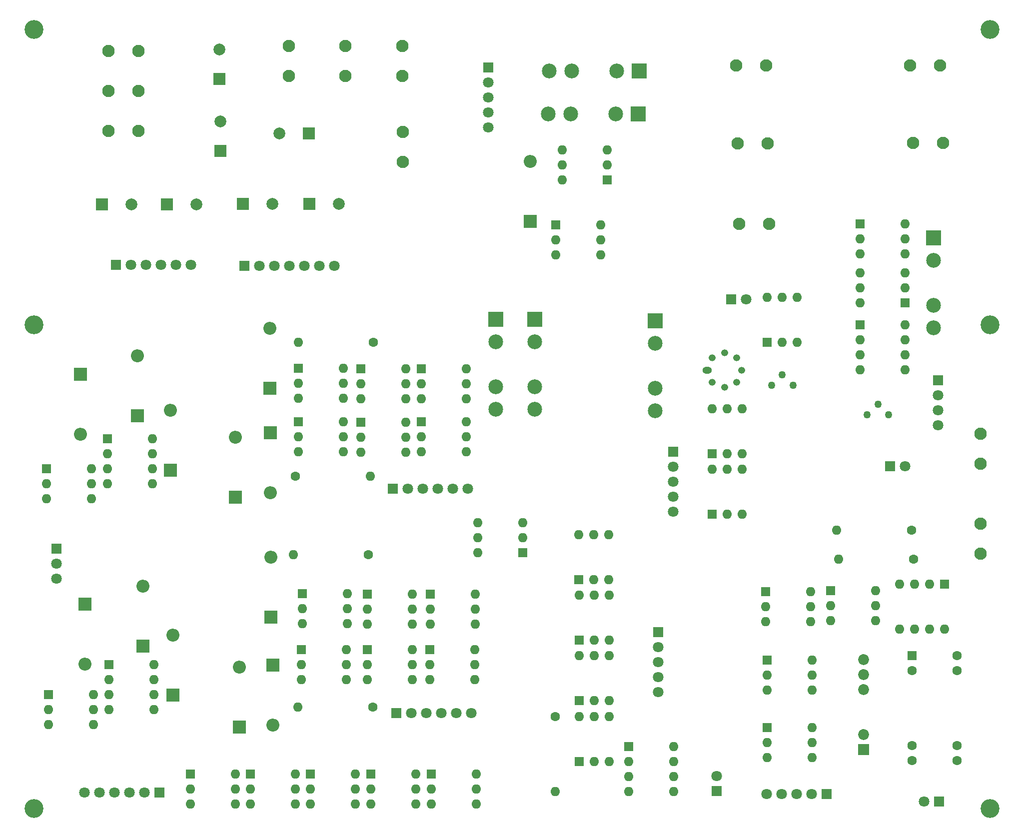
<source format=gts>
%TF.GenerationSoftware,KiCad,Pcbnew,(5.1.10-1-10_14)*%
%TF.CreationDate,2022-05-12T15:36:39+03:00*%
%TF.ProjectId,Bipolar_transistor_tester_1.0,4269706f-6c61-4725-9f74-72616e736973,rev?*%
%TF.SameCoordinates,Original*%
%TF.FileFunction,Soldermask,Top*%
%TF.FilePolarity,Negative*%
%FSLAX46Y46*%
G04 Gerber Fmt 4.6, Leading zero omitted, Abs format (unit mm)*
G04 Created by KiCad (PCBNEW (5.1.10-1-10_14)) date 2022-05-12 15:36:39*
%MOMM*%
%LPD*%
G01*
G04 APERTURE LIST*
%ADD10C,2.100000*%
%ADD11O,1.600000X1.600000*%
%ADD12R,1.600000X1.600000*%
%ADD13C,1.800000*%
%ADD14R,1.800000X1.800000*%
%ADD15C,3.200000*%
%ADD16C,2.500000*%
%ADD17R,2.500000X2.500000*%
%ADD18O,1.200000X1.200000*%
%ADD19O,1.600000X1.200000*%
%ADD20C,1.600000*%
%ADD21C,1.260000*%
%ADD22C,1.850000*%
%ADD23R,1.850000X1.850000*%
%ADD24O,2.200000X2.200000*%
%ADD25R,2.200000X2.200000*%
%ADD26C,2.000000*%
%ADD27R,2.000000X2.000000*%
G04 APERTURE END LIST*
D10*
%TO.C,J8*%
X127600000Y-53740000D03*
X127600000Y-48660000D03*
%TD*%
D11*
%TO.C,U43*%
X140280000Y-119900000D03*
X147900000Y-114820000D03*
X140280000Y-117360000D03*
X147900000Y-117360000D03*
X140280000Y-114820000D03*
D12*
X147900000Y-119900000D03*
%TD*%
D13*
%TO.C,J16*%
X173400000Y-112960000D03*
X173400000Y-110420000D03*
X173400000Y-107880000D03*
X173400000Y-105340000D03*
D14*
X173400000Y-102800000D03*
%TD*%
D13*
%TO.C,J12*%
X68900000Y-121840000D03*
X68900000Y-124380000D03*
D14*
X68900000Y-119300000D03*
%TD*%
D10*
%TO.C,J11*%
X108300000Y-39140000D03*
X108300000Y-34060000D03*
%TD*%
%TO.C,J10*%
X117900000Y-39180000D03*
X117900000Y-34100000D03*
%TD*%
D11*
%TO.C,U33*%
X161120000Y-64400000D03*
X153500000Y-69480000D03*
X161120000Y-66940000D03*
X153500000Y-66940000D03*
X161120000Y-69480000D03*
D12*
X153500000Y-64400000D03*
%TD*%
D10*
%TO.C,J29*%
X189640000Y-64200000D03*
X184560000Y-64200000D03*
%TD*%
%TO.C,J28*%
X219140000Y-50500000D03*
X214060000Y-50500000D03*
%TD*%
%TO.C,J27*%
X189440000Y-50600000D03*
X184360000Y-50600000D03*
%TD*%
%TO.C,J26*%
X218640000Y-37400000D03*
X213560000Y-37400000D03*
%TD*%
%TO.C,J25*%
X189140000Y-37400000D03*
X184060000Y-37400000D03*
%TD*%
%TO.C,J4*%
X225500000Y-120100000D03*
X225500000Y-115020000D03*
%TD*%
%TO.C,J9*%
X127500000Y-39140000D03*
X127500000Y-34060000D03*
%TD*%
%TO.C,J7*%
X77760000Y-34900000D03*
X82840000Y-34900000D03*
%TD*%
%TO.C,J6*%
X77760000Y-41700000D03*
X82840000Y-41700000D03*
%TD*%
%TO.C,J5*%
X77760000Y-48500000D03*
X82840000Y-48500000D03*
%TD*%
%TO.C,J3*%
X225500000Y-104840000D03*
X225500000Y-99760000D03*
%TD*%
D15*
%TO.C,H6*%
X227100000Y-163300000D03*
%TD*%
%TO.C,H5*%
X65100000Y-163300000D03*
%TD*%
%TO.C,H4*%
X227100000Y-81300000D03*
%TD*%
%TO.C,H3*%
X227100000Y-31300000D03*
%TD*%
%TO.C,H2*%
X65100000Y-81300000D03*
%TD*%
%TO.C,H1*%
X65100000Y-31300000D03*
%TD*%
D11*
%TO.C,U48*%
X173520000Y-152800000D03*
X165900000Y-160420000D03*
X173520000Y-155340000D03*
X165900000Y-157880000D03*
X173520000Y-157880000D03*
X165900000Y-155340000D03*
X173520000Y-160420000D03*
D12*
X165900000Y-152800000D03*
%TD*%
D11*
%TO.C,U47*%
X157535000Y-147700000D03*
X162615000Y-155320000D03*
X160075000Y-147700000D03*
X160075000Y-155320000D03*
X162615000Y-147700000D03*
D12*
X157535000Y-155320000D03*
%TD*%
D11*
%TO.C,U46*%
X157535000Y-137400000D03*
X162615000Y-145020000D03*
X160075000Y-137400000D03*
X160075000Y-145020000D03*
X162615000Y-137400000D03*
D12*
X157535000Y-145020000D03*
%TD*%
D11*
%TO.C,U45*%
X157535000Y-127150000D03*
X162615000Y-134770000D03*
X160075000Y-127150000D03*
X160075000Y-134770000D03*
X162615000Y-127150000D03*
D12*
X157535000Y-134770000D03*
%TD*%
D11*
%TO.C,U44*%
X157435000Y-116850000D03*
X162515000Y-124470000D03*
X159975000Y-116850000D03*
X159975000Y-124470000D03*
X162515000Y-116850000D03*
D12*
X157435000Y-124470000D03*
%TD*%
D11*
%TO.C,U42*%
X139820000Y-136400000D03*
X132200000Y-141480000D03*
X139820000Y-138940000D03*
X132200000Y-138940000D03*
X139820000Y-141480000D03*
D12*
X132200000Y-136400000D03*
%TD*%
D11*
%TO.C,U41*%
X139920000Y-127000000D03*
X132300000Y-132080000D03*
X139920000Y-129540000D03*
X132300000Y-129540000D03*
X139920000Y-132080000D03*
D12*
X132300000Y-127000000D03*
%TD*%
D11*
%TO.C,U40*%
X129220000Y-136400000D03*
X121600000Y-141480000D03*
X129220000Y-138940000D03*
X121600000Y-138940000D03*
X129220000Y-141480000D03*
D12*
X121600000Y-136400000D03*
%TD*%
D11*
%TO.C,U39*%
X129220000Y-127000000D03*
X121600000Y-132080000D03*
X129220000Y-129540000D03*
X121600000Y-129540000D03*
X129220000Y-132080000D03*
D12*
X121600000Y-127000000D03*
%TD*%
D11*
%TO.C,U38*%
X118020000Y-136400000D03*
X110400000Y-141480000D03*
X118020000Y-138940000D03*
X110400000Y-138940000D03*
X118020000Y-141480000D03*
D12*
X110400000Y-136400000D03*
%TD*%
D11*
%TO.C,U37*%
X118220000Y-126900000D03*
X110600000Y-131980000D03*
X118220000Y-129440000D03*
X110600000Y-129440000D03*
X118220000Y-131980000D03*
D12*
X110600000Y-126900000D03*
%TD*%
D11*
%TO.C,U36*%
X75220000Y-144000000D03*
X67600000Y-149080000D03*
X75220000Y-146540000D03*
X67600000Y-146540000D03*
X75220000Y-149080000D03*
D12*
X67600000Y-144000000D03*
%TD*%
D11*
%TO.C,U35*%
X85420000Y-138900000D03*
X77800000Y-146520000D03*
X85420000Y-141440000D03*
X77800000Y-143980000D03*
X85420000Y-143980000D03*
X77800000Y-141440000D03*
X85420000Y-146520000D03*
D12*
X77800000Y-138900000D03*
%TD*%
D16*
%TO.C,U34*%
X152280000Y-45600000D03*
X156090000Y-45600000D03*
X163710000Y-45600000D03*
D17*
X167520000Y-45600000D03*
%TD*%
D11*
%TO.C,U32*%
X154580000Y-56800000D03*
X162200000Y-51720000D03*
X154580000Y-54260000D03*
X162200000Y-54260000D03*
X154580000Y-51720000D03*
D12*
X162200000Y-56800000D03*
%TD*%
D16*
%TO.C,U31*%
X152380000Y-38300000D03*
X156190000Y-38300000D03*
X163810000Y-38300000D03*
D17*
X167620000Y-38300000D03*
%TD*%
D11*
%TO.C,U30*%
X140020000Y-157435000D03*
X132400000Y-162515000D03*
X140020000Y-159975000D03*
X132400000Y-159975000D03*
X140020000Y-162515000D03*
D12*
X132400000Y-157435000D03*
%TD*%
D11*
%TO.C,U29*%
X129820000Y-157435000D03*
X122200000Y-162515000D03*
X129820000Y-159975000D03*
X122200000Y-159975000D03*
X129820000Y-162515000D03*
D12*
X122200000Y-157435000D03*
%TD*%
D11*
%TO.C,U28*%
X119570000Y-157435000D03*
X111950000Y-162515000D03*
X119570000Y-159975000D03*
X111950000Y-159975000D03*
X119570000Y-162515000D03*
D12*
X111950000Y-157435000D03*
%TD*%
D11*
%TO.C,U27*%
X109370000Y-157435000D03*
X101750000Y-162515000D03*
X109370000Y-159975000D03*
X101750000Y-159975000D03*
X109370000Y-162515000D03*
D12*
X101750000Y-157435000D03*
%TD*%
D11*
%TO.C,U26*%
X99220000Y-157435000D03*
X91600000Y-162515000D03*
X99220000Y-159975000D03*
X91600000Y-159975000D03*
X99220000Y-162515000D03*
D12*
X91600000Y-157435000D03*
%TD*%
D11*
%TO.C,U25*%
X212720000Y-81300000D03*
X205100000Y-88920000D03*
X212720000Y-83840000D03*
X205100000Y-86380000D03*
X212720000Y-86380000D03*
X205100000Y-83840000D03*
X212720000Y-88920000D03*
D12*
X205100000Y-81300000D03*
%TD*%
D11*
%TO.C,U24*%
X205080000Y-77600000D03*
X212700000Y-72520000D03*
X205080000Y-75060000D03*
X212700000Y-75060000D03*
X205080000Y-72520000D03*
D12*
X212700000Y-77600000D03*
%TD*%
D11*
%TO.C,U23*%
X212720000Y-64200000D03*
X205100000Y-69280000D03*
X212720000Y-66740000D03*
X205100000Y-66740000D03*
X212720000Y-69280000D03*
D12*
X205100000Y-64200000D03*
%TD*%
D16*
%TO.C,U22*%
X217500000Y-81820000D03*
X217500000Y-78010000D03*
X217500000Y-70390000D03*
D17*
X217500000Y-66580000D03*
%TD*%
D18*
%TO.C,U21*%
X180055248Y-86935248D03*
X182120000Y-86080000D03*
X184184752Y-86935248D03*
X185040000Y-89000000D03*
X184184752Y-91064752D03*
X182120000Y-91920000D03*
X180055248Y-91064752D03*
D19*
X179200000Y-89000000D03*
%TD*%
D11*
%TO.C,U20*%
X180000000Y-95580000D03*
X185080000Y-103200000D03*
X182540000Y-95580000D03*
X182540000Y-103200000D03*
X185080000Y-95580000D03*
D12*
X180000000Y-103200000D03*
%TD*%
D11*
%TO.C,U19*%
X180000000Y-105780000D03*
X185080000Y-113400000D03*
X182540000Y-105780000D03*
X182540000Y-113400000D03*
X185080000Y-105780000D03*
D12*
X180000000Y-113400000D03*
%TD*%
D20*
%TO.C,U18*%
X221520000Y-137400000D03*
X213900000Y-155180000D03*
X221520000Y-139940000D03*
X213900000Y-152640000D03*
X221520000Y-152640000D03*
X213900000Y-139940000D03*
X221520000Y-155180000D03*
D12*
X213900000Y-137400000D03*
%TD*%
D11*
%TO.C,U17*%
X219400000Y-132920000D03*
X211780000Y-125300000D03*
X216860000Y-132920000D03*
X214320000Y-125300000D03*
X214320000Y-132920000D03*
X216860000Y-125300000D03*
X211780000Y-132920000D03*
D12*
X219400000Y-125300000D03*
%TD*%
D11*
%TO.C,U16*%
X196920000Y-149600000D03*
X189300000Y-154680000D03*
X196920000Y-152140000D03*
X189300000Y-152140000D03*
X196920000Y-154680000D03*
D12*
X189300000Y-149600000D03*
%TD*%
D11*
%TO.C,U15*%
X196920000Y-138100000D03*
X189300000Y-143180000D03*
X196920000Y-140640000D03*
X189300000Y-140640000D03*
X196920000Y-143180000D03*
D12*
X189300000Y-138100000D03*
%TD*%
D11*
%TO.C,U14*%
X196720000Y-126500000D03*
X189100000Y-131580000D03*
X196720000Y-129040000D03*
X189100000Y-129040000D03*
X196720000Y-131580000D03*
D12*
X189100000Y-126500000D03*
%TD*%
D11*
%TO.C,U13*%
X207720000Y-126400000D03*
X200100000Y-131480000D03*
X207720000Y-128940000D03*
X200100000Y-128940000D03*
X207720000Y-131480000D03*
D12*
X200100000Y-126400000D03*
%TD*%
D16*
%TO.C,U12*%
X143400000Y-95620000D03*
X143400000Y-91810000D03*
X143400000Y-84190000D03*
D17*
X143400000Y-80380000D03*
%TD*%
D16*
%TO.C,U11*%
X150000000Y-95620000D03*
X150000000Y-91810000D03*
X150000000Y-84190000D03*
D17*
X150000000Y-80380000D03*
%TD*%
D11*
%TO.C,U10*%
X138395000Y-97775000D03*
X130775000Y-102855000D03*
X138395000Y-100315000D03*
X130775000Y-100315000D03*
X138395000Y-102855000D03*
D12*
X130775000Y-97775000D03*
%TD*%
D11*
%TO.C,U9*%
X138370000Y-88775000D03*
X130750000Y-93855000D03*
X138370000Y-91315000D03*
X130750000Y-91315000D03*
X138370000Y-93855000D03*
D12*
X130750000Y-88775000D03*
%TD*%
D11*
%TO.C,U8*%
X128120000Y-97800000D03*
X120500000Y-102880000D03*
X128120000Y-100340000D03*
X120500000Y-100340000D03*
X128120000Y-102880000D03*
D12*
X120500000Y-97800000D03*
%TD*%
D11*
%TO.C,U7*%
X128095000Y-88775000D03*
X120475000Y-93855000D03*
X128095000Y-91315000D03*
X120475000Y-91315000D03*
X128095000Y-93855000D03*
D12*
X120475000Y-88775000D03*
%TD*%
D11*
%TO.C,U6*%
X117520000Y-97750000D03*
X109900000Y-102830000D03*
X117520000Y-100290000D03*
X109900000Y-100290000D03*
X117520000Y-102830000D03*
D12*
X109900000Y-97750000D03*
%TD*%
D11*
%TO.C,U5*%
X117520000Y-88700000D03*
X109900000Y-93780000D03*
X117520000Y-91240000D03*
X109900000Y-91240000D03*
X117520000Y-93780000D03*
D12*
X109900000Y-88700000D03*
%TD*%
D11*
%TO.C,U4*%
X74895000Y-105750000D03*
X67275000Y-110830000D03*
X74895000Y-108290000D03*
X67275000Y-108290000D03*
X74895000Y-110830000D03*
D12*
X67275000Y-105750000D03*
%TD*%
D11*
%TO.C,U3*%
X85195000Y-100650000D03*
X77575000Y-108270000D03*
X85195000Y-103190000D03*
X77575000Y-105730000D03*
X85195000Y-105730000D03*
X77575000Y-103190000D03*
X85195000Y-108270000D03*
D12*
X77575000Y-100650000D03*
%TD*%
D11*
%TO.C,U2*%
X189300000Y-76680000D03*
X194380000Y-84300000D03*
X191840000Y-76680000D03*
X191840000Y-84300000D03*
X194380000Y-76680000D03*
D12*
X189300000Y-84300000D03*
%TD*%
D16*
%TO.C,U1*%
X170400000Y-95920000D03*
X170400000Y-92110000D03*
X170400000Y-84490000D03*
D17*
X170400000Y-80680000D03*
%TD*%
D21*
%TO.C,RV2*%
X209900000Y-96600000D03*
X208103949Y-94803949D03*
X206307898Y-96600000D03*
%TD*%
%TO.C,RV1*%
X193700000Y-91600000D03*
X191903949Y-89803949D03*
X190107898Y-91600000D03*
%TD*%
D11*
%TO.C,R99*%
X153400000Y-160400000D03*
D20*
X153400000Y-147700000D03*
%TD*%
D11*
%TO.C,R79*%
X109800000Y-146100000D03*
D20*
X122500000Y-146100000D03*
%TD*%
D11*
%TO.C,R78*%
X109100000Y-120300000D03*
D20*
X121800000Y-120300000D03*
%TD*%
D11*
%TO.C,R31*%
X201100000Y-116100000D03*
D20*
X213800000Y-116100000D03*
%TD*%
D11*
%TO.C,R29*%
X201400000Y-121000000D03*
D20*
X214100000Y-121000000D03*
%TD*%
D11*
%TO.C,R14*%
X122100000Y-107000000D03*
D20*
X109400000Y-107000000D03*
%TD*%
D11*
%TO.C,R13*%
X109900000Y-84300000D03*
D20*
X122600000Y-84300000D03*
%TD*%
D22*
%TO.C,PS1*%
X205700000Y-138060000D03*
X205700000Y-140600000D03*
X205700000Y-143140000D03*
X205700000Y-150760000D03*
D23*
X205700000Y-153300000D03*
%TD*%
D13*
%TO.C,J24*%
X180800000Y-157760000D03*
D14*
X180800000Y-160300000D03*
%TD*%
D13*
%TO.C,J23*%
X212740000Y-105300000D03*
D14*
X210200000Y-105300000D03*
%TD*%
D13*
%TO.C,J22*%
X218300000Y-98320000D03*
X218300000Y-93240000D03*
D14*
X218300000Y-90700000D03*
D13*
X218300000Y-95780000D03*
%TD*%
D14*
%TO.C,J21*%
X86400000Y-160600000D03*
D13*
X83860000Y-160600000D03*
X81320000Y-160600000D03*
X78780000Y-160600000D03*
X76240000Y-160600000D03*
X73700000Y-160600000D03*
%TD*%
%TO.C,J20*%
X142100000Y-47860000D03*
X142100000Y-45320000D03*
X142100000Y-42780000D03*
X142100000Y-40240000D03*
D14*
X142100000Y-37700000D03*
%TD*%
D13*
%TO.C,J19*%
X170900000Y-143560000D03*
X170900000Y-141020000D03*
X170900000Y-138480000D03*
X170900000Y-135940000D03*
D14*
X170900000Y-133400000D03*
%TD*%
D13*
%TO.C,J18*%
X185740000Y-77000000D03*
D14*
X183200000Y-77000000D03*
%TD*%
D13*
%TO.C,J17*%
X215960000Y-162100000D03*
D14*
X218500000Y-162100000D03*
%TD*%
D13*
%TO.C,J15*%
X189240000Y-160800000D03*
X191780000Y-160800000D03*
X194320000Y-160800000D03*
X196860000Y-160800000D03*
D14*
X199400000Y-160800000D03*
%TD*%
%TO.C,J14*%
X126500000Y-147100000D03*
D13*
X129040000Y-147100000D03*
X131580000Y-147100000D03*
X134120000Y-147100000D03*
X136660000Y-147100000D03*
X139200000Y-147100000D03*
%TD*%
D14*
%TO.C,J13*%
X125900000Y-109100000D03*
D13*
X128440000Y-109100000D03*
X130980000Y-109100000D03*
X133520000Y-109100000D03*
X136060000Y-109100000D03*
X138600000Y-109100000D03*
%TD*%
D14*
%TO.C,J2*%
X79020000Y-71200000D03*
D13*
X81560000Y-71200000D03*
X84100000Y-71200000D03*
X86640000Y-71200000D03*
X89180000Y-71200000D03*
X91720000Y-71200000D03*
%TD*%
%TO.C,J1*%
X108370000Y-71300000D03*
X105830000Y-71300000D03*
X113450000Y-71300000D03*
D14*
X100750000Y-71300000D03*
D13*
X110910000Y-71300000D03*
X103290000Y-71300000D03*
X115990000Y-71300000D03*
%TD*%
D24*
%TO.C,D13*%
X105600000Y-149160000D03*
D25*
X105600000Y-139000000D03*
%TD*%
D24*
%TO.C,D12*%
X105300000Y-120740000D03*
D25*
X105300000Y-130900000D03*
%TD*%
D24*
%TO.C,D11*%
X99900000Y-139340000D03*
D25*
X99900000Y-149500000D03*
%TD*%
D24*
%TO.C,D10*%
X83600000Y-125600000D03*
D25*
X83600000Y-135760000D03*
%TD*%
D24*
%TO.C,D9*%
X88700000Y-133900000D03*
D25*
X88700000Y-144060000D03*
%TD*%
D24*
%TO.C,D8*%
X73800000Y-138800000D03*
D25*
X73800000Y-128640000D03*
%TD*%
D24*
%TO.C,D7*%
X149200000Y-53640000D03*
D25*
X149200000Y-63800000D03*
%TD*%
D24*
%TO.C,D6*%
X105200000Y-109760000D03*
D25*
X105200000Y-99600000D03*
%TD*%
D24*
%TO.C,D5*%
X105100000Y-81940000D03*
D25*
X105100000Y-92100000D03*
%TD*%
D24*
%TO.C,D4*%
X99275000Y-100390000D03*
D25*
X99275000Y-110550000D03*
%TD*%
D24*
%TO.C,D3*%
X82625000Y-86615000D03*
D25*
X82625000Y-96775000D03*
%TD*%
D24*
%TO.C,D2*%
X88275000Y-95790000D03*
D25*
X88275000Y-105950000D03*
%TD*%
D24*
%TO.C,D1*%
X73000000Y-99860000D03*
D25*
X73000000Y-89700000D03*
%TD*%
D26*
%TO.C,C16*%
X106700000Y-48900000D03*
D27*
X111700000Y-48900000D03*
%TD*%
D26*
%TO.C,C15*%
X96500000Y-34700000D03*
D27*
X96500000Y-39700000D03*
%TD*%
D26*
%TO.C,C14*%
X92650000Y-60950000D03*
D27*
X87650000Y-60950000D03*
%TD*%
D26*
%TO.C,C13*%
X116750000Y-60800000D03*
D27*
X111750000Y-60800000D03*
%TD*%
D26*
%TO.C,C12*%
X96700000Y-46900000D03*
D27*
X96700000Y-51900000D03*
%TD*%
D26*
%TO.C,C11*%
X105500000Y-60800000D03*
D27*
X100500000Y-60800000D03*
%TD*%
D26*
%TO.C,C10*%
X81650000Y-60950000D03*
D27*
X76650000Y-60950000D03*
%TD*%
M02*

</source>
